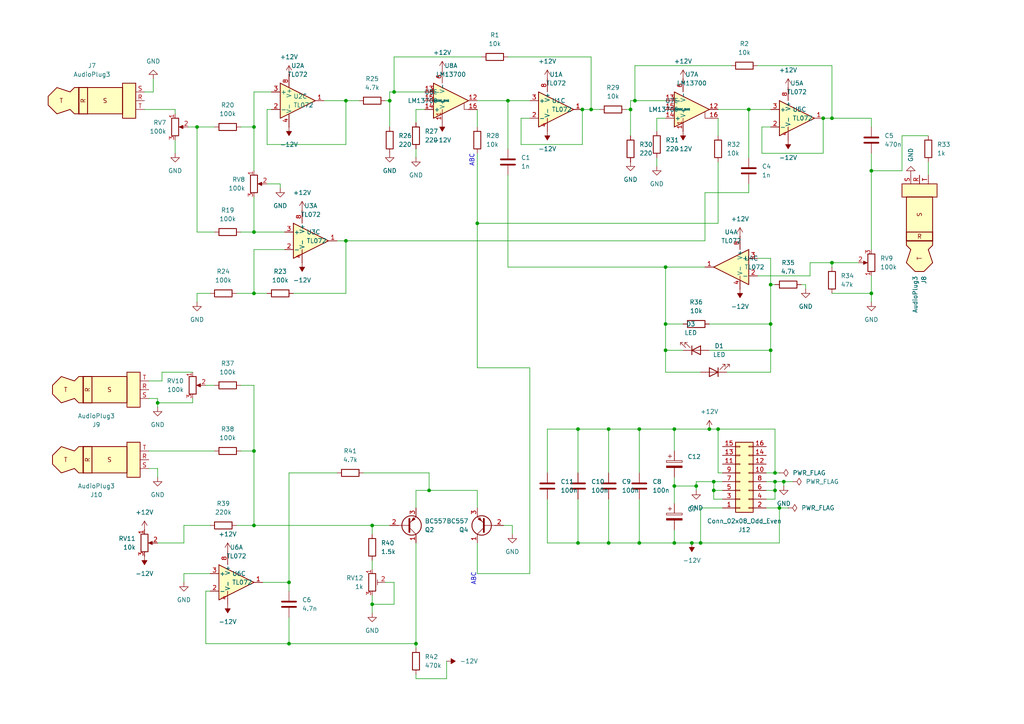
<source format=kicad_sch>
(kicad_sch (version 20250114) (generator "eeschema") (generator_version "9.0")
  (paper "A4")
  (text "ABC" (at 137.414 167.894 90) (effects (font (size 1.27 1.27))))
  (text "ABC" (at 136.906 46.482 90) (effects (font (size 1.27 1.27))))
  (junction (at 73.66 85.09))
  (junction (at 45.72 116.84))
  (junction (at 167.64 124.46))
  (junction (at 200.66 157.48))
  (junction (at 114.3 26.67))
  (junction (at 73.66 130.81))
  (junction (at 184.15 29.21))
  (junction (at 241.3 76.2))
  (junction (at 107.95 175.26))
  (junction (at 195.58 140.97))
  (junction (at 195.58 124.46))
  (junction (at 223.52 93.98))
  (junction (at 113.03 29.21))
  (junction (at 124.46 142.24))
  (junction (at 73.66 67.31))
  (junction (at 120.65 186.69))
  (junction (at 193.04 77.47))
  (junction (at 217.17 31.75))
  (junction (at 252.73 49.53))
  (junction (at 100.33 69.85))
  (junction (at 195.58 157.48))
  (junction (at 182.88 31.75))
  (junction (at 224.79 137.16))
  (junction (at 168.91 31.75))
  (junction (at 176.53 124.46))
  (junction (at 223.52 101.6))
  (junction (at 207.01 139.7))
  (junction (at 193.04 93.98))
  (junction (at 83.82 168.91))
  (junction (at 147.32 29.21))
  (junction (at 205.74 124.46))
  (junction (at 176.53 157.48))
  (junction (at 201.93 140.97))
  (junction (at 207.01 142.24))
  (junction (at 185.42 124.46))
  (junction (at 73.66 152.4))
  (junction (at 226.06 147.32))
  (junction (at 57.15 36.83))
  (junction (at 241.3 34.29))
  (junction (at 223.52 82.55))
  (junction (at 167.64 157.48))
  (junction (at 227.33 139.7))
  (junction (at 193.04 101.6))
  (junction (at 203.2 157.48))
  (junction (at 185.42 157.48))
  (junction (at 252.73 85.09))
  (junction (at 138.43 64.77))
  (junction (at 83.82 186.69))
  (junction (at 107.95 152.4))
  (junction (at 208.28 124.46))
  (junction (at 224.79 139.7))
  (junction (at 238.76 34.29))
  (junction (at 171.45 31.75))
  (junction (at 224.79 142.24))
  (junction (at 100.33 29.21))
  (junction (at 73.66 36.83))
  (wire (pts (xy 69.85 36.83) (xy 73.66 36.83)))
  (wire (pts (xy 124.46 137.16) (xy 105.41 137.16)))
  (wire (pts (xy 217.17 31.75) (xy 217.17 45.72)))
  (wire (pts (xy 185.42 157.48) (xy 195.58 157.48)))
  (wire (pts (xy 227.33 139.7) (xy 229.87 139.7)))
  (wire (pts (xy 209.55 147.32) (xy 203.2 147.32)))
  (wire (pts (xy 204.47 77.47) (xy 193.04 77.47)))
  (wire (pts (xy 45.72 135.89) (xy 45.72 138.43)))
  (wire (pts (xy 207.01 144.78) (xy 207.01 142.24)))
  (wire (pts (xy 97.79 137.16) (xy 83.82 137.16)))
  (wire (pts (xy 73.66 36.83) (xy 73.66 49.53)))
  (wire (pts (xy 123.19 31.75) (xy 120.65 31.75)))
  (wire (pts (xy 182.88 31.75) (xy 182.88 39.37)))
  (wire (pts (xy 158.75 124.46) (xy 167.64 124.46)))
  (wire (pts (xy 43.18 110.49) (xy 46.99 110.49)))
  (wire (pts (xy 224.79 139.7) (xy 227.33 139.7)))
  (wire (pts (xy 114.3 16.51) (xy 139.7 16.51)))
  (wire (pts (xy 195.58 124.46) (xy 195.58 130.81)))
  (wire (pts (xy 241.3 76.2) (xy 234.95 76.2)))
  (wire (pts (xy 100.33 29.21) (xy 100.33 41.91)))
  (wire (pts (xy 223.52 74.93) (xy 223.52 82.55)))
  (wire (pts (xy 223.52 36.83) (xy 220.98 36.83)))
  (wire (pts (xy 224.79 124.46) (xy 224.79 137.16)))
  (wire (pts (xy 241.3 77.47) (xy 241.3 76.2)))
  (wire (pts (xy 223.52 93.98) (xy 205.74 93.98)))
  (wire (pts (xy 69.85 130.81) (xy 73.66 130.81)))
  (wire (pts (xy 208.28 124.46) (xy 224.79 124.46)))
  (wire (pts (xy 208.28 137.16) (xy 208.28 124.46)))
  (wire (pts (xy 195.58 157.48) (xy 200.66 157.48)))
  (wire (pts (xy 100.33 69.85) (xy 100.33 85.09)))
  (wire (pts (xy 59.69 111.76) (xy 62.23 111.76)))
  (wire (pts (xy 44.45 26.67) (xy 44.45 22.86)))
  (wire (pts (xy 120.65 157.48) (xy 120.65 186.69)))
  (wire (pts (xy 45.72 157.48) (xy 53.34 157.48)))
  (wire (pts (xy 208.28 64.77) (xy 138.43 64.77)))
  (wire (pts (xy 120.65 186.69) (xy 120.65 187.96)))
  (wire (pts (xy 182.88 29.21) (xy 184.15 29.21)))
  (wire (pts (xy 223.52 82.55) (xy 223.52 93.98)))
  (wire (pts (xy 153.67 166.37) (xy 153.67 106.68)))
  (wire (pts (xy 193.04 101.6) (xy 193.04 93.98)))
  (wire (pts (xy 148.59 152.4) (xy 148.59 154.94)))
  (wire (pts (xy 168.91 41.91) (xy 168.91 31.75)))
  (wire (pts (xy 138.43 157.48) (xy 138.43 166.37)))
  (wire (pts (xy 176.53 144.78) (xy 176.53 157.48)))
  (wire (pts (xy 193.04 34.29) (xy 190.5 34.29)))
  (wire (pts (xy 138.43 31.75) (xy 138.43 36.83)))
  (wire (pts (xy 198.12 93.98) (xy 193.04 93.98)))
  (wire (pts (xy 208.28 31.75) (xy 217.17 31.75)))
  (wire (pts (xy 176.53 124.46) (xy 176.53 137.16)))
  (wire (pts (xy 120.65 196.85) (xy 129.54 196.85)))
  (wire (pts (xy 68.58 152.4) (xy 73.66 152.4)))
  (wire (pts (xy 78.74 31.75) (xy 77.47 31.75)))
  (wire (pts (xy 158.75 124.46) (xy 158.75 137.16)))
  (wire (pts (xy 73.66 152.4) (xy 107.95 152.4)))
  (wire (pts (xy 138.43 44.45) (xy 138.43 64.77)))
  (wire (pts (xy 153.67 106.68) (xy 138.43 106.68)))
  (wire (pts (xy 193.04 101.6) (xy 193.04 107.95)))
  (wire (pts (xy 113.03 29.21) (xy 113.03 26.67)))
  (wire (pts (xy 217.17 55.88) (xy 217.17 53.34)))
  (wire (pts (xy 171.45 16.51) (xy 171.45 31.75)))
  (wire (pts (xy 195.58 140.97) (xy 195.58 146.05)))
  (wire (pts (xy 252.73 34.29) (xy 252.73 36.83)))
  (wire (pts (xy 73.66 57.15) (xy 73.66 67.31)))
  (wire (pts (xy 224.79 142.24) (xy 224.79 144.78)))
  (wire (pts (xy 238.76 44.45) (xy 238.76 34.29)))
  (wire (pts (xy 193.04 93.98) (xy 193.04 77.47)))
  (wire (pts (xy 120.65 142.24) (xy 124.46 142.24)))
  (wire (pts (xy 176.53 157.48) (xy 185.42 157.48)))
  (wire (pts (xy 54.61 36.83) (xy 57.15 36.83)))
  (wire (pts (xy 208.28 34.29) (xy 208.28 39.37)))
  (wire (pts (xy 193.04 77.47) (xy 147.32 77.47)))
  (wire (pts (xy 252.73 80.01) (xy 252.73 85.09)))
  (wire (pts (xy 138.43 29.21) (xy 147.32 29.21)))
  (wire (pts (xy 59.69 171.45) (xy 59.69 186.69)))
  (wire (pts (xy 120.65 147.32) (xy 120.65 142.24)))
  (wire (pts (xy 226.06 147.32) (xy 228.6 147.32)))
  (wire (pts (xy 219.71 74.93) (xy 223.52 74.93)))
  (wire (pts (xy 62.23 67.31) (xy 57.15 67.31)))
  (wire (pts (xy 220.98 36.83) (xy 220.98 44.45)))
  (wire (pts (xy 238.76 34.29) (xy 241.3 34.29)))
  (wire (pts (xy 232.41 82.55) (xy 233.68 82.55)))
  (wire (pts (xy 185.42 144.78) (xy 185.42 157.48)))
  (wire (pts (xy 111.76 168.91) (xy 114.3 168.91)))
  (wire (pts (xy 190.5 34.29) (xy 190.5 38.1)))
  (wire (pts (xy 226.06 147.32) (xy 226.06 157.48)))
  (wire (pts (xy 208.28 46.99) (xy 208.28 64.77)))
  (wire (pts (xy 223.52 93.98) (xy 223.52 101.6)))
  (wire (pts (xy 45.72 115.57) (xy 45.72 116.84)))
  (wire (pts (xy 233.68 82.55) (xy 233.68 83.82)))
  (wire (pts (xy 53.34 166.37) (xy 53.34 168.91)))
  (wire (pts (xy 124.46 142.24) (xy 124.46 137.16)))
  (wire (pts (xy 222.25 139.7) (xy 224.79 139.7)))
  (wire (pts (xy 147.32 16.51) (xy 171.45 16.51)))
  (wire (pts (xy 158.75 157.48) (xy 167.64 157.48)))
  (wire (pts (xy 184.15 29.21) (xy 193.04 29.21)))
  (wire (pts (xy 185.42 124.46) (xy 185.42 137.16)))
  (wire (pts (xy 153.67 34.29) (xy 151.13 34.29)))
  (wire (pts (xy 241.3 85.09) (xy 252.73 85.09)))
  (wire (pts (xy 147.32 29.21) (xy 153.67 29.21)))
  (wire (pts (xy 69.85 111.76) (xy 73.66 111.76)))
  (wire (pts (xy 205.74 124.46) (xy 208.28 124.46)))
  (wire (pts (xy 217.17 31.75) (xy 223.52 31.75)))
  (wire (pts (xy 224.79 137.16) (xy 222.25 137.16)))
  (wire (pts (xy 43.18 135.89) (xy 45.72 135.89)))
  (wire (pts (xy 224.79 144.78) (xy 222.25 144.78)))
  (wire (pts (xy 203.2 147.32) (xy 203.2 157.48)))
  (wire (pts (xy 46.99 107.95) (xy 55.88 107.95)))
  (wire (pts (xy 167.64 157.48) (xy 176.53 157.48)))
  (wire (pts (xy 107.95 175.26) (xy 114.3 175.26)))
  (wire (pts (xy 50.8 40.64) (xy 50.8 44.45)))
  (wire (pts (xy 93.98 29.21) (xy 100.33 29.21)))
  (wire (pts (xy 201.93 140.97) (xy 201.93 142.24)))
  (wire (pts (xy 55.88 115.57) (xy 55.88 116.84)))
  (wire (pts (xy 224.79 139.7) (xy 224.79 142.24)))
  (wire (pts (xy 60.96 166.37) (xy 53.34 166.37)))
  (wire (pts (xy 85.09 85.09) (xy 100.33 85.09)))
  (wire (pts (xy 147.32 29.21) (xy 147.32 43.18)))
  (wire (pts (xy 73.66 36.83) (xy 73.66 26.67)))
  (wire (pts (xy 57.15 67.31) (xy 57.15 36.83)))
  (wire (pts (xy 184.15 29.21) (xy 184.15 19.05)))
  (wire (pts (xy 207.01 139.7) (xy 209.55 139.7)))
  (wire (pts (xy 43.18 115.57) (xy 45.72 115.57)))
  (wire (pts (xy 207.01 139.7) (xy 201.93 139.7)))
  (wire (pts (xy 167.64 144.78) (xy 167.64 157.48)))
  (wire (pts (xy 200.66 157.48) (xy 203.2 157.48)))
  (wire (pts (xy 222.25 142.24) (xy 224.79 142.24)))
  (wire (pts (xy 107.95 152.4) (xy 113.03 152.4)))
  (wire (pts (xy 158.75 144.78) (xy 158.75 157.48)))
  (wire (pts (xy 53.34 152.4) (xy 60.96 152.4)))
  (wire (pts (xy 234.95 80.01) (xy 219.71 80.01)))
  (wire (pts (xy 181.61 31.75) (xy 182.88 31.75)))
  (wire (pts (xy 129.54 196.85) (xy 129.54 191.77)))
  (wire (pts (xy 73.66 111.76) (xy 73.66 130.81)))
  (wire (pts (xy 53.34 157.48) (xy 53.34 152.4)))
  (wire (pts (xy 55.88 116.84) (xy 45.72 116.84)))
  (wire (pts (xy 204.47 69.85) (xy 204.47 55.88)))
  (wire (pts (xy 120.65 43.18) (xy 120.65 45.72)))
  (wire (pts (xy 111.76 29.21) (xy 113.03 29.21)))
  (wire (pts (xy 41.91 31.75) (xy 50.8 31.75)))
  (wire (pts (xy 77.47 31.75) (xy 77.47 41.91)))
  (wire (pts (xy 185.42 124.46) (xy 195.58 124.46)))
  (wire (pts (xy 241.3 76.2) (xy 248.92 76.2)))
  (wire (pts (xy 223.52 101.6) (xy 205.74 101.6)))
  (wire (pts (xy 100.33 29.21) (xy 104.14 29.21)))
  (wire (pts (xy 184.15 19.05) (xy 212.09 19.05)))
  (wire (pts (xy 167.64 124.46) (xy 176.53 124.46)))
  (wire (pts (xy 195.58 124.46) (xy 205.74 124.46)))
  (wire (pts (xy 227.33 139.7) (xy 227.33 140.97)))
  (wire (pts (xy 59.69 186.69) (xy 83.82 186.69)))
  (wire (pts (xy 146.05 152.4) (xy 148.59 152.4)))
  (wire (pts (xy 168.91 31.75) (xy 171.45 31.75)))
  (wire (pts (xy 107.95 175.26) (xy 107.95 177.8)))
  (wire (pts (xy 113.03 29.21) (xy 113.03 36.83)))
  (wire (pts (xy 203.2 157.48) (xy 226.06 157.48)))
  (wire (pts (xy 73.66 72.39) (xy 73.66 85.09)))
  (wire (pts (xy 147.32 50.8) (xy 147.32 77.47)))
  (wire (pts (xy 193.04 107.95) (xy 203.2 107.95)))
  (wire (pts (xy 77.47 41.91) (xy 100.33 41.91)))
  (wire (pts (xy 57.15 36.83) (xy 62.23 36.83)))
  (wire (pts (xy 57.15 85.09) (xy 60.96 85.09)))
  (wire (pts (xy 97.79 69.85) (xy 100.33 69.85)))
  (wire (pts (xy 151.13 34.29) (xy 151.13 41.91)))
  (wire (pts (xy 114.3 26.67) (xy 114.3 16.51)))
  (wire (pts (xy 182.88 31.75) (xy 182.88 29.21)))
  (wire (pts (xy 252.73 85.09) (xy 252.73 87.63)))
  (wire (pts (xy 252.73 49.53) (xy 261.62 49.53)))
  (wire (pts (xy 209.55 137.16) (xy 208.28 137.16)))
  (wire (pts (xy 261.62 49.53) (xy 261.62 39.37)))
  (wire (pts (xy 138.43 64.77) (xy 138.43 106.68)))
  (wire (pts (xy 114.3 175.26) (xy 114.3 168.91)))
  (wire (pts (xy 83.82 137.16) (xy 83.82 168.91)))
  (wire (pts (xy 201.93 139.7) (xy 201.93 140.97)))
  (wire (pts (xy 120.65 31.75) (xy 120.65 35.56)))
  (wire (pts (xy 73.66 26.67) (xy 78.74 26.67)))
  (wire (pts (xy 77.47 53.34) (xy 81.28 53.34)))
  (wire (pts (xy 241.3 19.05) (xy 241.3 34.29)))
  (wire (pts (xy 176.53 124.46) (xy 185.42 124.46)))
  (wire (pts (xy 201.93 140.97) (xy 195.58 140.97)))
  (wire (pts (xy 204.47 55.88) (xy 217.17 55.88)))
  (wire (pts (xy 261.62 39.37) (xy 269.24 39.37)))
  (wire (pts (xy 73.66 85.09) (xy 77.47 85.09)))
  (wire (pts (xy 224.79 137.16) (xy 226.06 137.16)))
  (wire (pts (xy 209.55 144.78) (xy 207.01 144.78)))
  (wire (pts (xy 107.95 162.56) (xy 107.95 165.1)))
  (wire (pts (xy 83.82 179.07) (xy 83.82 186.69)))
  (wire (pts (xy 124.46 142.24) (xy 138.43 142.24)))
  (wire (pts (xy 73.66 130.81) (xy 73.66 152.4)))
  (wire (pts (xy 252.73 44.45) (xy 252.73 49.53)))
  (wire (pts (xy 241.3 34.29) (xy 252.73 34.29)))
  (wire (pts (xy 76.2 168.91) (xy 83.82 168.91)))
  (wire (pts (xy 171.45 31.75) (xy 173.99 31.75)))
  (wire (pts (xy 83.82 168.91) (xy 83.82 171.45)))
  (wire (pts (xy 83.82 186.69) (xy 120.65 186.69)))
  (wire (pts (xy 45.72 116.84) (xy 45.72 118.11)))
  (wire (pts (xy 113.03 26.67) (xy 114.3 26.67)))
  (wire (pts (xy 100.33 69.85) (xy 204.47 69.85)))
  (wire (pts (xy 138.43 166.37) (xy 153.67 166.37)))
  (wire (pts (xy 252.73 49.53) (xy 252.73 72.39)))
  (wire (pts (xy 60.96 171.45) (xy 59.69 171.45)))
  (wire (pts (xy 138.43 142.24) (xy 138.43 147.32)))
  (wire (pts (xy 219.71 19.05) (xy 241.3 19.05)))
  (wire (pts (xy 210.82 107.95) (xy 223.52 107.95)))
  (wire (pts (xy 41.91 26.67) (xy 44.45 26.67)))
  (wire (pts (xy 269.24 46.99) (xy 269.24 50.8)))
  (wire (pts (xy 222.25 147.32) (xy 226.06 147.32)))
  (wire (pts (xy 223.52 82.55) (xy 224.79 82.55)))
  (wire (pts (xy 107.95 172.72) (xy 107.95 175.26)))
  (wire (pts (xy 46.99 110.49) (xy 46.99 107.95)))
  (wire (pts (xy 151.13 41.91) (xy 168.91 41.91)))
  (wire (pts (xy 207.01 142.24) (xy 209.55 142.24)))
  (wire (pts (xy 167.64 124.46) (xy 167.64 137.16)))
  (wire (pts (xy 73.66 72.39) (xy 82.55 72.39)))
  (wire (pts (xy 198.12 101.6) (xy 193.04 101.6)))
  (wire (pts (xy 81.28 53.34) (xy 81.28 54.61)))
  (wire (pts (xy 207.01 142.24) (xy 207.01 139.7)))
  (wire (pts (xy 57.15 85.09) (xy 57.15 87.63)))
  (wire (pts (xy 190.5 45.72) (xy 190.5 48.26)))
  (wire (pts (xy 195.58 138.43) (xy 195.58 140.97)))
  (wire (pts (xy 73.66 67.31) (xy 82.55 67.31)))
  (wire (pts (xy 220.98 44.45) (xy 238.76 44.45)))
  (wire (pts (xy 43.18 130.81) (xy 62.23 130.81)))
  (wire (pts (xy 195.58 153.67) (xy 195.58 157.48)))
  (wire (pts (xy 223.52 107.95) (xy 223.52 101.6)))
  (wire (pts (xy 114.3 26.67) (xy 123.19 26.67)))
  (wire (pts (xy 69.85 67.31) (xy 73.66 67.31)))
  (wire (pts (xy 50.8 31.75) (xy 50.8 33.02)))
  (wire (pts (xy 234.95 76.2) (xy 234.95 80.01)))
  (wire (pts (xy 68.58 85.09) (xy 73.66 85.09)))
  (wire (pts (xy 107.95 152.4) (xy 107.95 154.94)))
  (wire (pts (xy 120.65 195.58) (xy 120.65 196.85)))
  (symbol (lib_id "power:-12V") (at 41.91 161.29 180) (unit 1)
    (property "Reference" "#PWR048" (effects (hide yes)))
    (property "Value" "-12V" (at 41.91 166.37 0))
    (property "Description" "Power symbol creates a global label with name \"-12V\"" (effects (hide yes)))
  )
  (symbol (lib_id "power:GND") (at 190.5 48.26 0) (unit 1)
    (property "Reference" "#PWR036" (effects (hide yes)))
    (property "Value" "GND" (at 190.5 53.34 0))
    (property "Description" "Power symbol creates a global label with name \"GND\" , ground" (effects (hide yes)))
  )
  (symbol (lib_id "power:GND") (at 120.65 45.72 0) (unit 1)
    (property "Reference" "#PWR030" (effects (hide yes)))
    (property "Value" "GND" (at 120.65 50.8 0))
    (property "Description" "Power symbol creates a global label with name \"GND\" , ground" (effects (hide yes)))
  )
  (symbol (lib_id "Device:R_Potentiometer") (at 50.8 36.83 0) (unit 1)
    (property "Reference" "RV7" (at 48.26 35.5599 0) (effects (justify right)))
    (property "Value" "100k" (at 48.26 38.0999 0) (effects (justify right)))
    (property "Footprint" "Potentiometer_THT:Potentiometer_Alpha_RD901F-40-00D_Single_Vertical" (effects (hide yes)))
    (property "Description" "Potentiometer" (effects (hide yes)))
  )
  (symbol (lib_id "Device:C") (at 185.42 140.97 0) (unit 1)
    (property "Reference" "C8" (at 189.23 139.6999 0) (effects (justify left)))
    (property "Value" "100n" (at 189.23 142.2399 0) (effects (justify left)))
    (property "Footprint" "Capacitor_THT:C_Disc_D5.0mm_W2.5mm_P5.00mm" (effects (hide yes)))
    (property "Description" "Unpolarized capacitor" (effects (hide yes)))
  )
  (symbol (lib_id "power:GND") (at 182.88 46.99 0) (unit 1)
    (property "Reference" "#PWR035" (effects (hide yes)))
    (property "Value" "GND" (at 182.88 52.07 0))
    (property "Description" "Power symbol creates a global label with name \"GND\" , ground" (effects (hide yes)))
  )
  (symbol (lib_id "Device:R") (at 208.28 43.18 180) (unit 1)
    (property "Reference" "R32" (at 210.82 41.9099 0) (effects (justify right)))
    (property "Value" "10k" (at 210.82 44.4499 0) (effects (justify right)))
    (property "Footprint" "Resistor_THT:R_Axial_DIN0207_L6.3mm_D2.5mm_P7.62mm_Horizontal" (effects (hide yes)))
    (property "Description" "Resistor" (effects (hide yes)))
  )
  (symbol (lib_id "Device:C") (at 83.82 175.26 0) (unit 1)
    (property "Reference" "C6" (at 87.63 173.9899 0) (effects (justify left)))
    (property "Value" "4.7n" (at 87.63 176.5299 0) (effects (justify left)))
    (property "Footprint" "Capacitor_THT:C_Disc_D5.0mm_W2.5mm_P5.00mm" (effects (hide yes)))
    (property "Description" "Unpolarized capacitor" (effects (hide yes)))
  )
  (symbol (lib_id "power:-12V") (at 198.12 38.1 180) (unit 1)
    (property "Reference" "#PWR014" (effects (hide yes)))
    (property "Value" "-12V" (at 198.12 43.18 0))
    (property "Description" "Power symbol creates a global label with name \"-12V\"" (effects (hide yes)))
  )
  (symbol (lib_id "Amplifier_Operational:TL072") (at 161.29 30.48 0) (unit 3)
    (property "Reference" "U1" (at 160.02 29.2099 0) (effects (justify left)))
    (property "Value" "TL072" (at 160.02 31.7499 0) (effects (justify left)))
    (property "Footprint" "Package_DIP:DIP-8_W7.62mm" (effects (hide yes)))
    (property "Datasheet" "http://www.ti.com/lit/ds/symlink/tl071.pdf" (effects (hide yes)))
    (property "Description" "Dual Low-Noise JFET-Input Operational Amplifiers, DIP-8/SOIC-8" (effects (hide yes)))
  )
  (symbol (lib_id "Device:R") (at 269.24 43.18 180) (unit 1)
    (property "Reference" "R33" (at 271.78 41.9099 0) (effects (justify right)))
    (property "Value" "1k" (at 271.78 44.4499 0) (effects (justify right)))
    (property "Footprint" "Resistor_THT:R_Axial_DIN0207_L6.3mm_D2.5mm_P7.62mm_Horizontal" (effects (hide yes)))
    (property "Description" "Resistor" (effects (hide yes)))
  )
  (symbol (lib_id "Device:R_Potentiometer") (at 55.88 111.76 0) (unit 1)
    (property "Reference" "RV10" (at 53.34 110.4899 0) (effects (justify right)))
    (property "Value" "100k" (at 53.34 113.0299 0) (effects (justify right)))
    (property "Footprint" "Potentiometer_THT:Potentiometer_Alpha_RD901F-40-00D_Single_Vertical" (effects (hide yes)))
    (property "Description" "Potentiometer" (effects (hide yes)))
  )
  (symbol (lib_id "Device:R") (at 66.04 130.81 90) (unit 1)
    (property "Reference" "R38" (at 66.04 124.46 90))
    (property "Value" "100k" (at 66.04 127 90))
    (property "Footprint" "Resistor_THT:R_Axial_DIN0207_L6.3mm_D2.5mm_P7.62mm_Horizontal" (effects (hide yes)))
    (property "Description" "Resistor" (effects (hide yes)))
  )
  (symbol (lib_id "power:+12V") (at 41.91 153.67 0) (unit 1)
    (property "Reference" "#PWR049" (effects (hide yes)))
    (property "Value" "+12V" (at 41.91 148.59 0))
    (property "Description" "Power symbol creates a global label with name \"+12V\"" (effects (hide yes)))
  )
  (symbol (lib_id "power:+12V") (at 198.12 22.86 0) (unit 1)
    (property "Reference" "#PWR013" (effects (hide yes)))
    (property "Value" "+12V" (at 198.12 17.78 0))
    (property "Description" "Power symbol creates a global label with name \"+12V\"" (effects (hide yes)))
  )
  (symbol (lib_id "power:PWR_FLAG") (at 229.87 139.7 270) (unit 1)
    (property "Reference" "#FLG03" (effects (hide yes)))
    (property "Value" "PWR_FLAG" (at 233.68 139.6999 90) (effects (justify left)))
    (property "Description" "Special symbol for telling ERC where power comes from" (effects (hide yes)))
  )
  (symbol (lib_id "Amplifier_Operational:TL072") (at 90.17 69.85 0) (unit 1)
    (property "Reference" "U3" (at 90.17 59.69 0))
    (property "Value" "TL072" (at 90.17 62.23 0))
    (property "Footprint" "Package_DIP:DIP-8_W7.62mm" (effects (hide yes)))
    (property "Datasheet" "http://www.ti.com/lit/ds/symlink/tl071.pdf" (effects (hide yes)))
    (property "Description" "Dual Low-Noise JFET-Input Operational Amplifiers, DIP-8/SOIC-8" (effects (hide yes)))
  )
  (symbol (lib_id "Device:C") (at 147.32 46.99 0) (unit 1)
    (property "Reference" "C1" (at 151.13 45.7199 0) (effects (justify left)))
    (property "Value" "1n" (at 151.13 48.2599 0) (effects (justify left)))
    (property "Footprint" "Capacitor_THT:C_Disc_D5.0mm_W2.5mm_P5.00mm" (effects (hide yes)))
    (property "Description" "Unpolarized capacitor" (effects (hide yes)))
  )
  (symbol (lib_id "power:-12V") (at 200.66 157.48 180) (unit 1)
    (property "Reference" "#PWR057" (effects (hide yes)))
    (property "Value" "-12V" (at 200.66 162.56 0))
    (property "Description" "Power symbol creates a global label with name \"-12V\"" (effects (hide yes)))
  )
  (symbol (lib_id "power:GND") (at 53.34 168.91 0) (unit 1)
    (property "Reference" "#PWR053" (effects (hide yes)))
    (property "Value" "GND" (at 53.34 173.99 0))
    (property "Description" "Power symbol creates a global label with name \"GND\" , ground" (effects (hide yes)))
  )
  (symbol (lib_id "power:GND") (at 113.03 44.45 0) (unit 1)
    (property "Reference" "#PWR029" (effects (hide yes)))
    (property "Value" "GND" (at 113.03 49.53 0))
    (property "Description" "Power symbol creates a global label with name \"GND\" , ground" (effects (hide yes)))
  )
  (symbol (lib_id "power:+12V") (at 205.74 124.46 0) (unit 1)
    (property "Reference" "#PWR056" (effects (hide yes)))
    (property "Value" "+12V" (at 205.74 119.38 0))
    (property "Description" "Power symbol creates a global label with name \"+12V\"" (effects (hide yes)))
  )
  (symbol (lib_id "Amplifier_Operational:TL072") (at 231.14 34.29 0) (unit 1)
    (property "Reference" "U5" (at 231.14 24.13 0))
    (property "Value" "TL072" (at 231.14 26.67 0))
    (property "Footprint" "Package_DIP:DIP-8_W7.62mm" (effects (hide yes)))
    (property "Datasheet" "http://www.ti.com/lit/ds/symlink/tl071.pdf" (effects (hide yes)))
    (property "Description" "Dual Low-Noise JFET-Input Operational Amplifiers, DIP-8/SOIC-8" (effects (hide yes)))
  )
  (symbol (lib_id "Amplifier_Operational:TL072") (at 90.17 68.58 0) (unit 3)
    (property "Reference" "U3" (at 88.9 67.3099 0) (effects (justify left)))
    (property "Value" "TL072" (at 88.9 69.8499 0) (effects (justify left)))
    (property "Footprint" "Package_DIP:DIP-8_W7.62mm" (effects (hide yes)))
    (property "Datasheet" "http://www.ti.com/lit/ds/symlink/tl071.pdf" (effects (hide yes)))
    (property "Description" "Dual Low-Noise JFET-Input Operational Amplifiers, DIP-8/SOIC-8" (effects (hide yes)))
  )
  (symbol (lib_id "Device:R") (at 190.5 41.91 180) (unit 1)
    (property "Reference" "R31" (at 193.04 40.6399 0) (effects (justify right)))
    (property "Value" "220" (at 193.04 43.1799 0) (effects (justify right)))
    (property "Footprint" "Resistor_THT:R_Axial_DIN0207_L6.3mm_D2.5mm_P7.62mm_Horizontal" (effects (hide yes)))
    (property "Description" "Resistor" (effects (hide yes)))
  )
  (symbol (lib_id "power:GND") (at 227.33 140.97 0) (unit 1)
    (property "Reference" "#PWR058" (effects (hide yes)))
    (property "Value" "GND" (at 227.33 146.05 0))
    (property "Description" "Power symbol creates a global label with name \"GND\" , ground" (effects (hide yes)))
  )
  (symbol (lib_id "Device:R") (at 64.77 152.4 90) (unit 1)
    (property "Reference" "R39" (at 64.77 146.05 90))
    (property "Value" "220k" (at 64.77 148.59 90))
    (property "Footprint" "Resistor_THT:R_Axial_DIN0207_L6.3mm_D2.5mm_P7.62mm_Horizontal" (effects (hide yes)))
    (property "Description" "Resistor" (effects (hide yes)))
  )
  (symbol (lib_id "power:-12V") (at 158.75 38.1 180) (unit 1)
    (property "Reference" "#PWR04" (effects (hide yes)))
    (property "Value" "-12V" (at 158.75 43.18 0))
    (property "Description" "Power symbol creates a global label with name \"-12V\"" (effects (hide yes)))
  )
  (symbol (lib_id "Device:R_Potentiometer_Trim") (at 107.95 168.91 0) (unit 1)
    (property "Reference" "RV12" (at 105.41 167.6399 0) (effects (justify right)))
    (property "Value" "1k" (at 105.41 170.1799 0) (effects (justify right)))
    (property "Footprint" "MusicThingModular:BOURNS_3362P_TRIMMER" (effects (hide yes)))
    (property "Description" "Trim-potentiometer" (effects (hide yes)))
  )
  (symbol (lib_id "power:GND") (at 201.93 142.24 0) (unit 1)
    (property "Reference" "#PWR055" (effects (hide yes)))
    (property "Value" "GND" (at 201.93 147.32 0))
    (property "Description" "Power symbol creates a global label with name \"GND\" , ground" (effects (hide yes)))
  )
  (symbol (lib_id "power:GND") (at 252.73 87.63 0) (unit 1)
    (property "Reference" "#PWR042" (effects (hide yes)))
    (property "Value" "GND" (at 252.73 92.71 0))
    (property "Description" "Power symbol creates a global label with name \"GND\" , ground" (effects (hide yes)))
  )
  (symbol (lib_id "power:GND") (at 45.72 138.43 0) (unit 1)
    (property "Reference" "#PWR047" (effects (hide yes)))
    (property "Value" "GND" (at 45.72 143.51 0))
    (property "Description" "Power symbol creates a global label with name \"GND\" , ground" (effects (hide yes)))
  )
  (symbol (lib_id "power:-12V") (at 87.63 76.2 180) (unit 1)
    (property "Reference" "#PWR06" (effects (hide yes)))
    (property "Value" "-12V" (at 87.63 81.28 0))
    (property "Description" "Power symbol creates a global label with name \"-12V\"" (effects (hide yes)))
  )
  (symbol (lib_id "power:+12V") (at 66.04 160.02 0) (unit 1)
    (property "Reference" "#PWR011" (effects (hide yes)))
    (property "Value" "+12V" (at 66.04 154.94 0))
    (property "Description" "Power symbol creates a global label with name \"+12V\"" (effects (hide yes)))
  )
  (symbol (lib_id "Device:R") (at 182.88 43.18 180) (unit 1)
    (property "Reference" "R30" (at 185.42 41.9099 0) (effects (justify right)))
    (property "Value" "220" (at 185.42 44.4499 0) (effects (justify right)))
    (property "Footprint" "Resistor_THT:R_Axial_DIN0207_L6.3mm_D2.5mm_P7.62mm_Horizontal" (effects (hide yes)))
    (property "Description" "Resistor" (effects (hide yes)))
  )
  (symbol (lib_id "Connector_Audio:AudioPlug3") (at 27.94 133.35 0) (mirror x) (unit 1)
    (property "Reference" "J10" (at 27.94 143.51 0))
    (property "Value" "AudioPlug3" (at 27.94 140.97 0))
    (property "Footprint" "Connector_Audio:Jack_3.5mm_QingPu_WQP-PJ398SM_Vertical_CircularHoles" (effects (hide yes)))
    (property "Description" "Audio Jack, 3 Poles (Stereo / TRS)" (effects (hide yes)))
  )
  (symbol (lib_id "Device:R") (at 215.9 19.05 270) (unit 1)
    (property "Reference" "R2" (at 215.9 12.7 90))
    (property "Value" "10k" (at 215.9 15.24 90))
    (property "Footprint" "Resistor_THT:R_Axial_DIN0207_L6.3mm_D2.5mm_P7.62mm_Horizontal" (effects (hide yes)))
    (property "Description" "Resistor" (effects (hide yes)))
  )
  (symbol (lib_id "Device:C") (at 158.75 140.97 0) (unit 1)
    (property "Reference" "C11" (at 162.56 139.6999 0) (effects (justify left)))
    (property "Value" "100n" (at 162.56 142.2399 0) (effects (justify left)))
    (property "Footprint" "Capacitor_THT:C_Disc_D5.0mm_W2.5mm_P5.00mm" (effects (hide yes)))
    (property "Description" "Unpolarized capacitor" (effects (hide yes)))
  )
  (symbol (lib_id "Amplifier_Operational:LM13700") (at 130.81 29.21 0) (unit 1)
    (property "Reference" "U8" (at 130.81 19.05 0))
    (property "Value" "LM13700" (at 130.81 21.59 0))
    (property "Footprint" "Package_TO_SOT_SMD:SOT-23-5" (effects (hide yes)))
    (property "Datasheet" "http://www.ti.com/lit/ds/symlink/lm13700.pdf" (effects (hide yes)))
    (property "Description" "Dual Operational Transconductance Amplifiers with Linearizing Diodes and Buffers, DIP-16/SOIC-16" (effects (hide yes)))
  )
  (symbol (lib_id "power:+12V") (at 128.27 20.32 0) (unit 1)
    (property "Reference" "#PWR015" (effects (hide yes)))
    (property "Value" "+12V" (at 128.27 15.24 0))
    (property "Description" "Power symbol creates a global label with name \"+12V\"" (effects (hide yes)))
  )
  (symbol (lib_id "Device:C_Polarized") (at 195.58 149.86 0) (unit 1)
    (property "Reference" "C7" (at 199.39 147.7009 0) (effects (justify left)))
    (property "Value" "10u" (effects (hide yes)))
    (property "Footprint" "Capacitor_THT:CP_Radial_D6.3mm_P2.50mm" (effects (hide yes)))
    (property "Description" "Polarized capacitor" (effects (hide yes)))
  )
  (symbol (lib_id "Device:C_Polarized") (at 195.58 134.62 0) (unit 1)
    (property "Reference" "C12" (at 199.39 132.4609 0) (effects (justify left)))
    (property "Value" "10u" (effects (hide yes)))
    (property "Footprint" "Capacitor_THT:CP_Radial_D6.3mm_P2.50mm" (effects (hide yes)))
    (property "Description" "Polarized capacitor" (effects (hide yes)))
  )
  (symbol (lib_id "Device:R") (at 177.8 31.75 90) (unit 1)
    (property "Reference" "R29" (at 177.8 25.4 90))
    (property "Value" "10k" (at 177.8 27.94 90))
    (property "Footprint" "Resistor_THT:R_Axial_DIN0207_L6.3mm_D2.5mm_P7.62mm_Horizontal" (effects (hide yes)))
    (property "Description" "Resistor" (effects (hide yes)))
  )
  (symbol (lib_id "Device:R") (at 107.95 29.21 90) (unit 1)
    (property "Reference" "R25" (at 107.95 22.86 90))
    (property "Value" "4.7k" (at 107.95 25.4 90))
    (property "Footprint" "Resistor_THT:R_Axial_DIN0207_L6.3mm_D2.5mm_P7.62mm_Horizontal" (effects (hide yes)))
    (property "Description" "Resistor" (effects (hide yes)))
  )
  (symbol (lib_id "power:GND") (at 81.28 54.61 0) (unit 1)
    (property "Reference" "#PWR023" (effects (hide yes)))
    (property "Value" "GND" (at 81.28 59.69 0))
    (property "Description" "Power symbol creates a global label with name \"GND\" , ground" (effects (hide yes)))
  )
  (symbol (lib_id "Amplifier_Operational:LM13700") (at 200.66 31.75 0) (unit 1)
    (property "Reference" "U7" (at 200.66 21.59 0))
    (property "Value" "LM13700" (at 200.66 24.13 0))
    (property "Footprint" "Package_TO_SOT_SMD:SOT-23-5" (effects (hide yes)))
    (property "Datasheet" "http://www.ti.com/lit/ds/symlink/lm13700.pdf" (effects (hide yes)))
    (property "Description" "Dual Operational Transconductance Amplifiers with Linearizing Diodes and Buffers, DIP-16/SOIC-16" (effects (hide yes)))
  )
  (symbol (lib_id "power:+12V") (at 83.82 21.59 0) (unit 1)
    (property "Reference" "#PWR01" (effects (hide yes)))
    (property "Value" "+12V" (at 83.82 16.51 0))
    (property "Description" "Power symbol creates a global label with name \"+12V\"" (effects (hide yes)))
  )
  (symbol (lib_id "Transistor_BJT:BC557") (at 118.11 152.4 0) (mirror x) (unit 1)
    (property "Reference" "Q2" (at 123.19 153.6701 0) (effects (justify left)))
    (property "Value" "BC557" (at 123.19 151.1301 0) (effects (justify left)))
    (property "Footprint" "Package_TO_SOT_THT:TO-92_Inline" (effects (hide yes)))
    (property "Datasheet" "https://www.onsemi.com/pub/Collateral/BC556BTA-D.pdf" (effects (hide yes)))
    (property "Description" "0.1A Ic, 45V Vce, PNP Small Signal Transistor, TO-92" (effects (hide yes)))
  )
  (symbol (lib_id "Device:R") (at 241.3 81.28 180) (unit 1)
    (property "Reference" "R34" (at 243.84 80.0099 0) (effects (justify right)))
    (property "Value" "47k" (at 243.84 82.5499 0) (effects (justify right)))
    (property "Footprint" "Resistor_THT:R_Axial_DIN0207_L6.3mm_D2.5mm_P7.62mm_Horizontal" (effects (hide yes)))
    (property "Description" "Resistor" (effects (hide yes)))
  )
  (symbol (lib_id "Device:R") (at 228.6 82.55 270) (unit 1)
    (property "Reference" "R35" (at 228.6 76.2 90))
    (property "Value" "4.7k" (at 228.6 78.74 90))
    (property "Footprint" "Resistor_THT:R_Axial_DIN0207_L6.3mm_D2.5mm_P7.62mm_Horizontal" (effects (hide yes)))
    (property "Description" "Resistor" (effects (hide yes)))
  )
  (symbol (lib_id "Device:R") (at 120.65 191.77 180) (unit 1)
    (property "Reference" "R42" (at 123.19 190.4999 0) (effects (justify right)))
    (property "Value" "470k" (at 123.19 193.0399 0) (effects (justify right)))
    (property "Footprint" "Resistor_THT:R_Axial_DIN0207_L6.3mm_D2.5mm_P7.62mm_Horizontal" (effects (hide yes)))
    (property "Description" "Resistor" (effects (hide yes)))
  )
  (symbol (lib_id "Amplifier_Operational:LM13700") (at 130.81 27.94 0) (mirror x) (unit 5)
    (property "Reference" "U8" (at 127 26.6699 0) (effects (justify right)))
    (property "Value" "LM13700" (at 127 29.2099 0) (effects (justify right)))
    (property "Footprint" "Package_TO_SOT_SMD:SOT-23-5" (effects (hide yes)))
    (property "Datasheet" "http://www.ti.com/lit/ds/symlink/lm13700.pdf" (effects (hide yes)))
    (property "Description" "Dual Operational Transconductance Amplifiers with Linearizing Diodes and Buffers, DIP-16/SOIC-16" (effects (hide yes)))
  )
  (symbol (lib_id "Device:R_Potentiometer") (at 73.66 53.34 0) (unit 1)
    (property "Reference" "RV8" (at 71.12 52.0699 0) (effects (justify right)))
    (property "Value" "100k" (at 71.12 54.6099 0) (effects (justify right)))
    (property "Footprint" "Potentiometer_THT:Potentiometer_Alpha_RD901F-40-00D_Single_Vertical" (effects (hide yes)))
    (property "Description" "Potentiometer" (effects (hide yes)))
  )
  (symbol (lib_id "Device:R") (at 138.43 40.64 180) (unit 1)
    (property "Reference" "R28" (at 140.97 39.3699 0) (effects (justify right)))
    (property "Value" "10k" (at 140.97 41.9099 0) (effects (justify right)))
    (property "Footprint" "Resistor_THT:R_Axial_DIN0207_L6.3mm_D2.5mm_P7.62mm_Horizontal" (effects (hide yes)))
    (property "Description" "Resistor" (effects (hide yes)))
  )
  (symbol (lib_id "Amplifier_Operational:TL072") (at 231.14 33.02 0) (unit 3)
    (property "Reference" "U5" (at 229.87 31.7499 0) (effects (justify left)))
    (property "Value" "TL072" (at 229.87 34.2899 0) (effects (justify left)))
    (property "Footprint" "Package_DIP:DIP-8_W7.62mm" (effects (hide yes)))
    (property "Datasheet" "http://www.ti.com/lit/ds/symlink/tl071.pdf" (effects (hide yes)))
    (property "Description" "Dual Low-Noise JFET-Input Operational Amplifiers, DIP-8/SOIC-8" (effects (hide yes)))
  )
  (symbol (lib_id "Transistor_BJT:BC557") (at 140.97 152.4 180) (unit 1)
    (property "Reference" "Q4" (at 135.89 153.6701 0) (effects (justify left)))
    (property "Value" "BC557" (at 135.89 151.1301 0) (effects (justify left)))
    (property "Footprint" "Package_TO_SOT_THT:TO-92_Inline" (effects (hide yes)))
    (property "Datasheet" "https://www.onsemi.com/pub/Collateral/BC556BTA-D.pdf" (effects (hide yes)))
    (property "Description" "0.1A Ic, 45V Vce, PNP Small Signal Transistor, TO-92" (effects (hide yes)))
  )
  (symbol (lib_id "Device:R") (at 101.6 137.16 90) (unit 1)
    (property "Reference" "R41" (at 101.6 130.81 90))
    (property "Value" "4.7k" (at 101.6 133.35 90))
    (property "Footprint" "Resistor_THT:R_Axial_DIN0207_L6.3mm_D2.5mm_P7.62mm_Horizontal" (effects (hide yes)))
    (property "Description" "Resistor" (effects (hide yes)))
  )
  (symbol (lib_id "Device:C") (at 176.53 140.97 0) (unit 1)
    (property "Reference" "C9" (at 180.34 139.6999 0) (effects (justify left)))
    (property "Value" "100n" (at 180.34 142.2399 0) (effects (justify left)))
    (property "Footprint" "Capacitor_THT:C_Disc_D5.0mm_W2.5mm_P5.00mm" (effects (hide yes)))
    (property "Description" "Unpolarized capacitor" (effects (hide yes)))
  )
  (symbol (lib_id "power:PWR_FLAG") (at 228.6 147.32 270) (unit 1)
    (property "Reference" "#FLG01" (effects (hide yes)))
    (property "Value" "PWR_FLAG" (at 232.41 147.3199 90) (effects (justify left)))
    (property "Description" "Special symbol for telling ERC where power comes from" (effects (hide yes)))
  )
  (symbol (lib_id "Device:R") (at 113.03 40.64 180) (unit 1)
    (property "Reference" "R26" (at 115.57 39.3699 0) (effects (justify right)))
    (property "Value" "220" (at 115.57 41.9099 0) (effects (justify right)))
    (property "Footprint" "Resistor_THT:R_Axial_DIN0207_L6.3mm_D2.5mm_P7.62mm_Horizontal" (effects (hide yes)))
    (property "Description" "Resistor" (effects (hide yes)))
  )
  (symbol (lib_id "Device:R_Potentiometer") (at 252.73 76.2 180) (unit 1)
    (property "Reference" "RV9" (at 255.27 74.9299 0) (effects (justify right)))
    (property "Value" "100k" (at 255.27 77.4699 0) (effects (justify right)))
    (property "Footprint" "Potentiometer_THT:Potentiometer_Alpha_RD901F-40-00D_Single_Vertical" (effects (hide yes)))
    (property "Description" "Potentiometer" (effects (hide yes)))
  )
  (symbol (lib_id "Device:R") (at 201.93 93.98 270) (unit 1)
    (property "Reference" "R36" (at 201.93 87.63 90))
    (property "Value" "10k" (at 201.93 90.17 90))
    (property "Footprint" "Resistor_THT:R_Axial_DIN0207_L6.3mm_D2.5mm_P7.62mm_Horizontal" (effects (hide yes)))
    (property "Description" "Resistor" (effects (hide yes)))
  )
  (symbol (lib_id "power:-12V") (at 228.6 40.64 180) (unit 1)
    (property "Reference" "#PWR010" (effects (hide yes)))
    (property "Value" "-12V" (at 228.6 45.72 0))
    (property "Description" "Power symbol creates a global label with name \"-12V\"" (effects (hide yes)))
  )
  (symbol (lib_id "Amplifier_Operational:TL072") (at 86.36 29.21 0) (unit 1)
    (property "Reference" "U2" (at 86.36 19.05 0))
    (property "Value" "TL072" (at 86.36 21.59 0))
    (property "Footprint" "Package_DIP:DIP-8_W7.62mm" (effects (hide yes)))
    (property "Datasheet" "http://www.ti.com/lit/ds/symlink/tl071.pdf" (effects (hide yes)))
    (property "Description" "Dual Low-Noise JFET-Input Operational Amplifiers, DIP-8/SOIC-8" (effects (hide yes)))
  )
  (symbol (lib_id "power:GND") (at 107.95 177.8 0) (unit 1)
    (property "Reference" "#PWR050" (effects (hide yes)))
    (property "Value" "GND" (at 107.95 182.88 0))
    (property "Description" "Power symbol creates a global label with name \"GND\" , ground" (effects (hide yes)))
  )
  (symbol (lib_id "Amplifier_Operational:LM13700") (at 200.66 30.48 0) (mirror x) (unit 5)
    (property "Reference" "U7" (at 196.85 29.2099 0) (effects (justify right)))
    (property "Value" "LM13700" (at 196.85 31.7499 0) (effects (justify right)))
    (property "Footprint" "Package_TO_SOT_SMD:SOT-23-5" (effects (hide yes)))
    (property "Datasheet" "http://www.ti.com/lit/ds/symlink/lm13700.pdf" (effects (hide yes)))
    (property "Description" "Dual Operational Transconductance Amplifiers with Linearizing Diodes and Buffers, DIP-16/SOIC-16" (effects (hide yes)))
  )
  (symbol (lib_id "power:GND") (at 57.15 87.63 0) (unit 1)
    (property "Reference" "#PWR028" (effects (hide yes)))
    (property "Value" "GND" (at 57.15 92.71 0))
    (property "Description" "Power symbol creates a global label with name \"GND\" , ground" (effects (hide yes)))
  )
  (symbol (lib_id "Device:C") (at 252.73 40.64 0) (unit 1)
    (property "Reference" "C5" (at 256.54 39.3699 0) (effects (justify left)))
    (property "Value" "470n" (at 256.54 41.9099 0) (effects (justify left)))
    (property "Footprint" "Capacitor_THT:C_Disc_D5.0mm_W2.5mm_P5.00mm" (effects (hide yes)))
    (property "Description" "Unpolarized capacitor" (effects (hide yes)))
  )
  (symbol (lib_id "power:GND") (at 264.16 50.8 180) (unit 1)
    (property "Reference" "#PWR041" (effects (hide yes)))
    (property "Value" "GND" (at 264.1601 46.99 90) (effects (justify right)))
    (property "Description" "Power symbol creates a global label with name \"GND\" , ground" (effects (hide yes)))
  )
  (symbol (lib_id "Amplifier_Operational:TL072") (at 86.36 29.21 0) (unit 3)
    (property "Reference" "U2" (at 85.09 27.9399 0) (effects (justify left)))
    (property "Value" "TL072" (at 85.09 30.4799 0) (effects (justify left)))
    (property "Footprint" "Package_DIP:DIP-8_W7.62mm" (effects (hide yes)))
    (property "Datasheet" "http://www.ti.com/lit/ds/symlink/tl071.pdf" (effects (hide yes)))
    (property "Description" "Dual Low-Noise JFET-Input Operational Amplifiers, DIP-8/SOIC-8" (effects (hide yes)))
  )
  (symbol (lib_id "Device:LED") (at 207.01 107.95 180) (unit 1)
    (property "Reference" "D1" (at 208.5975 100.33 0))
    (property "Value" "LED" (at 208.5975 102.87 0))
    (property "Footprint" "LED_THT:LED_D5.0mm" (effects (hide yes)))
    (property "Description" "Light emitting diode" (effects (hide yes)))
    (property "Sim.Pins" "1=K 2=A" (effects (hide yes)))
  )
  (symbol (lib_id "Device:R_Potentiometer") (at 41.91 157.48 0) (unit 1)
    (property "Reference" "RV11" (at 39.37 156.2099 0) (effects (justify right)))
    (property "Value" "10k" (at 39.37 158.7499 0) (effects (justify right)))
    (property "Footprint" "Potentiometer_THT:Potentiometer_Alpha_RD901F-40-00D_Single_Vertical" (effects (hide yes)))
    (property "Description" "Potentiometer" (effects (hide yes)))
  )
  (symbol (lib_id "power:GND") (at 45.72 118.11 0) (unit 1)
    (property "Reference" "#PWR044" (effects (hide yes)))
    (property "Value" "GND" (at 45.72 123.19 0))
    (property "Description" "Power symbol creates a global label with name \"GND\" , ground" (effects (hide yes)))
  )
  (symbol (lib_id "power:-12V") (at 66.04 175.26 180) (unit 1)
    (property "Reference" "#PWR012" (effects (hide yes)))
    (property "Value" "-12V" (at 66.04 180.34 0))
    (property "Description" "Power symbol creates a global label with name \"-12V\"" (effects (hide yes)))
  )
  (symbol (lib_id "Device:R") (at 143.51 16.51 270) (unit 1)
    (property "Reference" "R1" (at 143.51 10.16 90))
    (property "Value" "10k" (at 143.51 12.7 90))
    (property "Footprint" "Resistor_THT:R_Axial_DIN0207_L6.3mm_D2.5mm_P7.62mm_Horizontal" (effects (hide yes)))
    (property "Description" "Resistor" (effects (hide yes)))
  )
  (symbol (lib_id "Connector_Audio:AudioPlug3") (at 26.67 29.21 0) (unit 1)
    (property "Reference" "J7" (at 26.67 19.05 0))
    (property "Value" "AudioPlug3" (at 26.67 21.59 0))
    (property "Footprint" "Connector_Audio:Jack_3.5mm_QingPu_WQP-PJ398SM_Vertical_CircularHoles" (effects (hide yes)))
    (property "Description" "Audio Jack, 3 Poles (Stereo / TRS)" (effects (hide yes)))
  )
  (symbol (lib_id "Connector_Audio:AudioPlug3") (at 27.94 113.03 0) (mirror x) (unit 1)
    (property "Reference" "J9" (at 27.94 123.19 0))
    (property "Value" "AudioPlug3" (at 27.94 120.65 0))
    (property "Footprint" "Connector_Audio:Jack_3.5mm_QingPu_WQP-PJ398SM_Vertical_CircularHoles" (effects (hide yes)))
    (property "Description" "Audio Jack, 3 Poles (Stereo / TRS)" (effects (hide yes)))
  )
  (symbol (lib_id "power:GND") (at 50.8 44.45 0) (unit 1)
    (property "Reference" "#PWR018" (effects (hide yes)))
    (property "Value" "GND" (at 50.8 49.53 0))
    (property "Description" "Power symbol creates a global label with name \"GND\" , ground" (effects (hide yes)))
  )
  (symbol (lib_id "power:GND") (at 148.59 154.94 0) (unit 1)
    (property "Reference" "#PWR054" (effects (hide yes)))
    (property "Value" "GND" (at 148.59 160.02 0))
    (property "Description" "Power symbol creates a global label with name \"GND\" , ground" (effects (hide yes)))
  )
  (symbol (lib_id "Device:C") (at 167.64 140.97 0) (unit 1)
    (property "Reference" "C10" (at 171.45 139.6999 0) (effects (justify left)))
    (property "Value" "100n" (at 171.45 142.2399 0) (effects (justify left)))
    (property "Footprint" "Capacitor_THT:C_Disc_D5.0mm_W2.5mm_P5.00mm" (effects (hide yes)))
    (property "Description" "Unpolarized capacitor" (effects (hide yes)))
  )
  (symbol (lib_id "power:-12V") (at 129.54 191.77 270) (unit 1)
    (property "Reference" "#PWR061" (effects (hide yes)))
    (property "Value" "-12V" (at 133.35 191.7699 90) (effects (justify left)))
    (property "Description" "Power symbol creates a global label with name \"-12V\"" (effects (hide yes)))
  )
  (symbol (lib_id "power:-12V") (at 214.63 83.82 180) (unit 1)
    (property "Reference" "#PWR08" (effects (hide yes)))
    (property "Value" "-12V" (at 214.63 88.9 0))
    (property "Description" "Power symbol creates a global label with name \"-12V\"" (effects (hide yes)))
  )
  (symbol (lib_id "Device:C") (at 217.17 49.53 0) (unit 1)
    (property "Reference" "C4" (at 220.98 48.2599 0) (effects (justify left)))
    (property "Value" "1n" (at 220.98 50.7999 0) (effects (justify left)))
    (property "Footprint" "Capacitor_THT:C_Disc_D5.0mm_W2.5mm_P5.00mm" (effects (hide yes)))
    (property "Description" "Unpolarized capacitor" (effects (hide yes)))
  )
  (symbol (lib_id "Device:LED") (at 201.93 101.6 0) (mirror x) (unit 1)
    (property "Reference" "D3" (at 200.3425 93.98 0))
    (property "Value" "LED" (at 200.3425 96.52 0))
    (property "Footprint" "LED_THT:LED_D5.0mm" (effects (hide yes)))
    (property "Description" "Light emitting diode" (effects (hide yes)))
    (property "Sim.Pins" "1=K 2=A" (effects (hide yes)))
  )
  (symbol (lib_id "power:GND") (at 44.45 22.86 180) (unit 1)
    (property "Reference" "#PWR017" (effects (hide yes)))
    (property "Value" "GND" (at 44.45 17.78 0))
    (property "Description" "Power symbol creates a global label with name \"GND\" , ground" (effects (hide yes)))
  )
  (symbol (lib_id "Device:R") (at 66.04 36.83 90) (unit 1)
    (property "Reference" "R20" (at 66.04 30.48 90))
    (property "Value" "100k" (at 66.04 33.02 90))
    (property "Footprint" "Resistor_THT:R_Axial_DIN0207_L6.3mm_D2.5mm_P7.62mm_Horizontal" (effects (hide yes)))
    (property "Description" "Resistor" (effects (hide yes)))
  )
  (symbol (lib_id "Amplifier_Operational:TL072") (at 217.17 76.2 0) (unit 3)
    (property "Reference" "U4" (at 215.9 74.9299 0) (effects (justify left)))
    (property "Value" "TL072" (at 215.9 77.4699 0) (effects (justify left)))
    (property "Footprint" "Package_DIP:DIP-8_W7.62mm" (effects (hide yes)))
    (property "Datasheet" "http://www.ti.com/lit/ds/symlink/tl071.pdf" (effects (hide yes)))
    (property "Description" "Dual Low-Noise JFET-Input Operational Amplifiers, DIP-8/SOIC-8" (effects (hide yes)))
  )
  (symbol (lib_id "Amplifier_Operational:TL072") (at 68.58 167.64 0) (unit 3)
    (property "Reference" "U6" (at 67.31 166.3699 0) (effects (justify left)))
    (property "Value" "TL072" (at 67.31 168.9099 0) (effects (justify left)))
    (property "Footprint" "Package_DIP:DIP-8_W7.62mm" (effects (hide yes)))
    (property "Datasheet" "http://www.ti.com/lit/ds/symlink/tl071.pdf" (effects (hide yes)))
    (property "Description" "Dual Low-Noise JFET-Input Operational Amplifiers, DIP-8/SOIC-8" (effects (hide yes)))
  )
  (symbol (lib_id "Device:R") (at 120.65 39.37 180) (unit 1)
    (property "Reference" "R27" (at 123.19 38.0999 0) (effects (justify right)))
    (property "Value" "220" (at 123.19 40.6399 0) (effects (justify right)))
    (property "Footprint" "Resistor_THT:R_Axial_DIN0207_L6.3mm_D2.5mm_P7.62mm_Horizontal" (effects (hide yes)))
    (property "Description" "Resistor" (effects (hide yes)))
  )
  (symbol (lib_id "Device:R") (at 66.04 111.76 90) (unit 1)
    (property "Reference" "R37" (at 66.04 105.41 90))
    (property "Value" "100k" (at 66.04 107.95 90))
    (property "Footprint" "Resistor_THT:R_Axial_DIN0207_L6.3mm_D2.5mm_P7.62mm_Horizontal" (effects (hide yes)))
    (property "Description" "Resistor" (effects (hide yes)))
  )
  (symbol (lib_id "Amplifier_Operational:TL072") (at 212.09 77.47 0) (mirror y) (unit 1)
    (property "Reference" "U4" (at 212.09 67.31 0))
    (property "Value" "TL072" (at 212.09 69.85 0))
    (property "Footprint" "Package_DIP:DIP-8_W7.62mm" (effects (hide yes)))
    (property "Datasheet" "http://www.ti.com/lit/ds/symlink/tl071.pdf" (effects (hide yes)))
    (property "Description" "Dual Low-Noise JFET-Input Operational Amplifiers, DIP-8/SOIC-8" (effects (hide yes)))
  )
  (symbol (lib_id "Connector_Generic:Conn_02x08_Odd_Even") (at 214.63 139.7 0) (mirror x) (unit 1)
    (property "Reference" "J12" (at 215.9 153.67 0))
    (property "Value" "Conn_02x08_Odd_Even" (at 215.9 151.13 0))
    (property "Footprint" "Connector_IDC:IDC-Header_2x08_P2.54mm_Vertical" (effects (hide yes)))
    (property "Description" "Generic connector, double row, 02x08, odd/even pin numbering scheme (row 1 odd numbers, row 2 even numbers), script generated (kicad-library-utils/schlib/autogen/connector/)" (effects (hide yes)))
  )
  (symbol (lib_id "Device:R") (at 66.04 67.31 90) (unit 1)
    (property "Reference" "R19" (at 66.04 60.96 90))
    (property "Value" "100k" (at 66.04 63.5 90))
    (property "Footprint" "Resistor_THT:R_Axial_DIN0207_L6.3mm_D2.5mm_P7.62mm_Horizontal" (effects (hide yes)))
    (property "Description" "Resistor" (effects (hide yes)))
  )
  (symbol (lib_id "Device:R") (at 81.28 85.09 90) (unit 1)
    (property "Reference" "R23" (at 81.28 78.74 90))
    (property "Value" "100k" (at 81.28 81.28 90))
    (property "Footprint" "Resistor_THT:R_Axial_DIN0207_L6.3mm_D2.5mm_P7.62mm_Horizontal" (effects (hide yes)))
    (property "Description" "Resistor" (effects (hide yes)))
  )
  (symbol (lib_id "power:+12V") (at 158.75 22.86 0) (unit 1)
    (property "Reference" "#PWR03" (effects (hide yes)))
    (property "Value" "+12V" (at 158.75 17.78 0))
    (property "Description" "Power symbol creates a global label with name \"+12V\"" (effects (hide yes)))
  )
  (symbol (lib_id "power:+12V") (at 87.63 60.96 0) (unit 1)
    (property "Reference" "#PWR05" (effects (hide yes)))
    (property "Value" "+12V" (at 87.63 55.88 0))
    (property "Description" "Power symbol creates a global label with name \"+12V\"" (effects (hide yes)))
  )
  (symbol (lib_id "power:-12V") (at 83.82 36.83 180) (unit 1)
    (property "Reference" "#PWR02" (effects (hide yes)))
    (property "Value" "-12V" (at 83.82 41.91 0))
    (property "Description" "Power symbol creates a global label with name \"-12V\"" (effects (hide yes)))
  )
  (symbol (lib_id "power:+12V") (at 228.6 25.4 0) (unit 1)
    (property "Reference" "#PWR09" (effects (hide yes)))
    (property "Value" "+12V" (at 228.6 20.32 0))
    (property "Description" "Power symbol creates a global label with name \"+12V\"" (effects (hide yes)))
  )
  (symbol (lib_id "power:GND") (at 233.68 83.82 0) (unit 1)
    (property "Reference" "#PWR043" (effects (hide yes)))
    (property "Value" "GND" (at 233.68 88.9 0))
    (property "Description" "Power symbol creates a global label with name \"GND\" , ground" (effects (hide yes)))
  )
  (symbol (lib_id "power:-12V") (at 128.27 35.56 180) (unit 1)
    (property "Reference" "#PWR016" (effects (hide yes)))
    (property "Value" "-12V" (at 128.27 40.64 0))
    (property "Description" "Power symbol creates a global label with name \"-12V\"" (effects (hide yes)))
  )
  (symbol (lib_id "Device:R") (at 107.95 158.75 180) (unit 1)
    (property "Reference" "R40" (at 110.49 157.4799 0) (effects (justify right)))
    (property "Value" "1.5k" (at 110.49 160.0199 0) (effects (justify right)))
    (property "Footprint" "Resistor_THT:R_Axial_DIN0207_L6.3mm_D2.5mm_P7.62mm_Horizontal" (effects (hide yes)))
    (property "Description" "Resistor" (effects (hide yes)))
  )
  (symbol (lib_id "Amplifier_Operational:TL072") (at 68.58 168.91 0) (unit 1)
    (property "Reference" "U6" (at 68.58 158.75 0))
    (property "Value" "TL072" (at 68.58 161.29 0))
    (property "Footprint" "Package_DIP:DIP-8_W7.62mm" (effects (hide yes)))
    (property "Datasheet" "http://www.ti.com/lit/ds/symlink/tl071.pdf" (effects (hide yes)))
    (property "Description" "Dual Low-Noise JFET-Input Operational Amplifiers, DIP-8/SOIC-8" (effects (hide yes)))
  )
  (symbol (lib_id "Device:R") (at 64.77 85.09 90) (unit 1)
    (property "Reference" "R24" (at 64.77 78.74 90))
    (property "Value" "100k" (at 64.77 81.28 90))
    (property "Footprint" "Resistor_THT:R_Axial_DIN0207_L6.3mm_D2.5mm_P7.62mm_Horizontal" (effects (hide yes)))
    (property "Description" "Resistor" (effects (hide yes)))
  )
  (symbol (lib_id "Amplifier_Operational:TL072") (at 161.29 31.75 0) (unit 1)
    (property "Reference" "U1" (at 161.29 21.59 0))
    (property "Value" "TL072" (at 161.29 24.13 0))
    (property "Footprint" "Package_DIP:DIP-8_W7.62mm" (effects (hide yes)))
    (property "Datasheet" "http://www.ti.com/lit/ds/symlink/tl071.pdf" (effects (hide yes)))
    (property "Description" "Dual Low-Noise JFET-Input Operational Amplifiers, DIP-8/SOIC-8" (effects (hide yes)))
  )
  (symbol (lib_id "Connector_Audio:AudioPlug3") (at 266.7 66.04 90) (unit 1)
    (property "Reference" "J8" (at 267.9701 80.01 0) (effects (justify right)))
    (property "Value" "AudioPlug3" (at 265.4301 80.01 0) (effects (justify right)))
    (property "Footprint" "Connector_Audio:Jack_3.5mm_QingPu_WQP-PJ398SM_Vertical_CircularHoles" (effects (hide yes)))
    (property "Description" "Audio Jack, 3 Poles (Stereo / TRS)" (effects (hide yes)))
  )
  (symbol (lib_id "power:+12V") (at 214.63 68.58 0) (unit 1)
    (property "Reference" "#PWR07" (effects (hide yes)))
    (property "Value" "+12V" (at 214.63 63.5 0))
    (property "Description" "Power symbol creates a global label with name \"+12V\"" (effects (hide yes)))
  )
  (symbol (lib_id "power:PWR_FLAG") (at 226.06 137.16 270) (unit 1)
    (property "Reference" "#FLG02" (effects (hide yes)))
    (property "Value" "PWR_FLAG" (at 229.87 137.1599 90) (effects (justify left)))
    (property "Description" "Special symbol for telling ERC where power comes from" (effects (hide yes)))
  )
)
</source>
